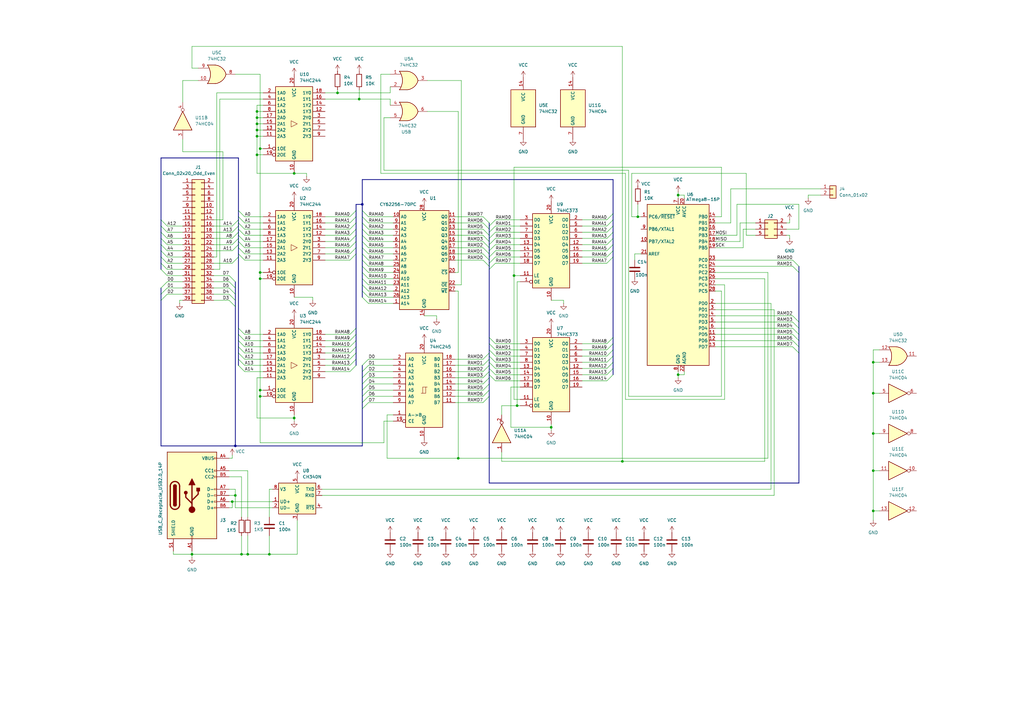
<source format=kicad_sch>
(kicad_sch (version 20231120) (generator "eeschema") (generator_version "8.0")
  (paper "A3")
  (junction (at 358.14 177.8))
  (junction (at 105.41 53.34))
  (junction (at 138.43 38.1))
  (junction (at 278.13 80.01))
  (junction (at 358.14 161.29))
  (junction (at 120.65 171.45))
  (junction (at 106.68 160.02))
  (junction (at 147.32 40.64))
  (junction (at 110.49 227.33))
  (junction (at 106.68 111.76))
  (junction (at 210.82 113.03))
  (junction (at 105.41 48.26))
  (junction (at 358.14 193.04))
  (junction (at 261.62 88.9))
  (junction (at 105.41 45.72))
  (junction (at 78.74 227.33))
  (junction (at 120.65 71.12))
  (junction (at 226.06 175.26))
  (junction (at 105.41 63.5))
  (junction (at 95.25 205.74))
  (junction (at 187.96 187.96))
  (junction (at 105.41 55.88))
  (junction (at 148.59 83.82))
  (junction (at 105.41 50.8))
  (junction (at 255.27 189.23))
  (junction (at 278.13 153.67))
  (junction (at 358.14 148.59))
  (junction (at 106.68 60.96))
  (junction (at 96.52 203.2))
  (junction (at 96.52 182.88))
  (junction (at 101.6 227.33))
  (junction (at 106.68 114.3))
  (junction (at 106.68 162.56))
  (junction (at 99.06 227.33))
  (junction (at 358.14 209.55))
  (junction (at 212.09 166.37))
  (bus_entry (at 146.05 93.98) (size -2.54 2.54))
  (bus_entry (at 200.66 162.56) (size -2.54 2.54))
  (bus_entry (at 148.59 109.22) (size 2.54 2.54))
  (bus_entry (at 148.59 157.48) (size 2.54 -2.54))
  (bus_entry (at 200.66 105.41) (size 2.54 -2.54))
  (bus_entry (at 148.59 152.4) (size 2.54 -2.54))
  (bus_entry (at 146.05 142.24) (size -2.54 2.54))
  (bus_entry (at 148.59 91.44) (size 2.54 2.54))
  (bus_entry (at 148.59 121.92) (size 2.54 2.54))
  (bus_entry (at 200.66 109.22) (size -2.54 -2.54))
  (bus_entry (at 146.05 144.78) (size -2.54 2.54))
  (bus_entry (at 251.46 153.67) (size -2.54 2.54))
  (bus_entry (at 97.79 105.41) (size -2.54 2.54))
  (bus_entry (at 96.52 115.57) (size -2.54 -2.54))
  (bus_entry (at 97.79 96.52) (size 2.54 2.54))
  (bus_entry (at 97.79 134.62) (size 2.54 2.54))
  (bus_entry (at 97.79 101.6) (size 2.54 2.54))
  (bus_entry (at 66.04 107.95) (size 2.54 2.54))
  (bus_entry (at 327.66 144.78) (size -2.54 -2.54))
  (bus_entry (at 66.04 120.65) (size 2.54 -2.54))
  (bus_entry (at 97.79 142.24) (size 2.54 2.54))
  (bus_entry (at 66.04 123.19) (size 2.54 -2.54))
  (bus_entry (at 148.59 162.56) (size 2.54 -2.54))
  (bus_entry (at 251.46 105.41) (size -2.54 2.54))
  (bus_entry (at 251.46 100.33) (size -2.54 2.54))
  (bus_entry (at 200.66 146.05) (size 2.54 2.54))
  (bus_entry (at 148.59 99.06) (size 2.54 2.54))
  (bus_entry (at 148.59 104.14) (size 2.54 2.54))
  (bus_entry (at 200.66 100.33) (size 2.54 -2.54))
  (bus_entry (at 251.46 92.71) (size -2.54 2.54))
  (bus_entry (at 146.05 96.52) (size -2.54 2.54))
  (bus_entry (at 200.66 97.79) (size 2.54 -2.54))
  (bus_entry (at 66.04 90.17) (size 2.54 2.54))
  (bus_entry (at 251.46 151.13) (size -2.54 2.54))
  (bus_entry (at 200.66 160.02) (size -2.54 2.54))
  (bus_entry (at 327.66 132.08) (size -2.54 -2.54))
  (bus_entry (at 96.52 125.73) (size -2.54 -2.54))
  (bus_entry (at 96.52 118.11) (size -2.54 -2.54))
  (bus_entry (at 200.66 154.94) (size -2.54 2.54))
  (bus_entry (at 200.66 138.43) (size 2.54 2.54))
  (bus_entry (at 200.66 151.13) (size 2.54 2.54))
  (bus_entry (at 200.66 144.78) (size -2.54 2.54))
  (bus_entry (at 200.66 157.48) (size -2.54 2.54))
  (bus_entry (at 66.04 110.49) (size 2.54 2.54))
  (bus_entry (at 200.66 110.49) (size 2.54 -2.54))
  (bus_entry (at 200.66 96.52) (size -2.54 -2.54))
  (bus_entry (at 97.79 91.44) (size 2.54 2.54))
  (bus_entry (at 97.79 95.25) (size -2.54 2.54))
  (bus_entry (at 146.05 88.9) (size -2.54 2.54))
  (bus_entry (at 200.66 102.87) (size 2.54 -2.54))
  (bus_entry (at 97.79 147.32) (size 2.54 2.54))
  (bus_entry (at 148.59 114.3) (size 2.54 2.54))
  (bus_entry (at 146.05 139.7) (size -2.54 2.54))
  (bus_entry (at 327.66 109.22) (size -2.54 -2.54))
  (bus_entry (at 148.59 167.64) (size 2.54 -2.54))
  (bus_entry (at 251.46 87.63) (size -2.54 2.54))
  (bus_entry (at 148.59 154.94) (size 2.54 -2.54))
  (bus_entry (at 251.46 95.25) (size -2.54 2.54))
  (bus_entry (at 200.66 148.59) (size 2.54 2.54))
  (bus_entry (at 148.59 111.76) (size 2.54 2.54))
  (bus_entry (at 200.66 104.14) (size -2.54 -2.54))
  (bus_entry (at 327.66 111.76) (size -2.54 -2.54))
  (bus_entry (at 96.52 123.19) (size -2.54 -2.54))
  (bus_entry (at 251.46 140.97) (size -2.54 2.54))
  (bus_entry (at 251.46 143.51) (size -2.54 2.54))
  (bus_entry (at 327.66 134.62) (size -2.54 -2.54))
  (bus_entry (at 148.59 160.02) (size 2.54 -2.54))
  (bus_entry (at 96.52 120.65) (size -2.54 -2.54))
  (bus_entry (at 200.66 153.67) (size 2.54 2.54))
  (bus_entry (at 97.79 100.33) (size -2.54 2.54))
  (bus_entry (at 97.79 92.71) (size -2.54 2.54))
  (bus_entry (at 148.59 86.36) (size 2.54 2.54))
  (bus_entry (at 97.79 97.79) (size -2.54 2.54))
  (bus_entry (at 146.05 91.44) (size -2.54 2.54))
  (bus_entry (at 148.59 149.86) (size 2.54 -2.54))
  (bus_entry (at 97.79 104.14) (size 2.54 2.54))
  (bus_entry (at 66.04 97.79) (size 2.54 2.54))
  (bus_entry (at 251.46 148.59) (size -2.54 2.54))
  (bus_entry (at 200.66 107.95) (size 2.54 -2.54))
  (bus_entry (at 97.79 144.78) (size 2.54 2.54))
  (bus_entry (at 146.05 149.86) (size -2.54 2.54))
  (bus_entry (at 146.05 134.62) (size -2.54 2.54))
  (bus_entry (at 97.79 139.7) (size 2.54 2.54))
  (bus_entry (at 146.05 137.16) (size -2.54 2.54))
  (bus_entry (at 148.59 116.84) (size 2.54 2.54))
  (bus_entry (at 148.59 93.98) (size 2.54 2.54))
  (bus_entry (at 97.79 137.16) (size 2.54 2.54))
  (bus_entry (at 66.04 100.33) (size 2.54 2.54))
  (bus_entry (at 251.46 138.43) (size -2.54 2.54))
  (bus_entry (at 66.04 118.11) (size 2.54 -2.54))
  (bus_entry (at 97.79 93.98) (size 2.54 2.54))
  (bus_entry (at 146.05 104.14) (size -2.54 2.54))
  (bus_entry (at 251.46 97.79) (size -2.54 2.54))
  (bus_entry (at 97.79 149.86) (size 2.54 2.54))
  (bus_entry (at 148.59 106.68) (size 2.54 2.54))
  (bus_entry (at 146.05 147.32) (size -2.54 2.54))
  (bus_entry (at 251.46 90.17) (size -2.54 2.54))
  (bus_entry (at 251.46 102.87) (size -2.54 2.54))
  (bus_entry (at 97.79 99.06) (size 2.54 2.54))
  (bus_entry (at 251.46 146.05) (size -2.54 2.54))
  (bus_entry (at 200.66 101.6) (size -2.54 -2.54))
  (bus_entry (at 200.66 93.98) (size -2.54 -2.54))
  (bus_entry (at 146.05 86.36) (size -2.54 2.54))
  (bus_entry (at 148.59 88.9) (size 2.54 2.54))
  (bus_entry (at 148.59 119.38) (size 2.54 2.54))
  (bus_entry (at 200.66 91.44) (size -2.54 -2.54))
  (bus_entry (at 66.04 92.71) (size 2.54 2.54))
  (bus_entry (at 327.66 137.16) (size -2.54 -2.54))
  (bus_entry (at 97.79 90.17) (size -2.54 2.54))
  (bus_entry (at 200.66 147.32) (size -2.54 2.54))
  (bus_entry (at 66.04 105.41) (size 2.54 2.54))
  (bus_entry (at 146.05 101.6) (size -2.54 2.54))
  (bus_entry (at 200.66 99.06) (size -2.54 -2.54))
  (bus_entry (at 200.66 143.51) (size 2.54 2.54))
  (bus_entry (at 148.59 101.6) (size 2.54 2.54))
  (bus_entry (at 146.05 99.06) (size -2.54 2.54))
  (bus_entry (at 200.66 152.4) (size -2.54 2.54))
  (bus_entry (at 200.66 92.71) (size 2.54 -2.54))
  (bus_entry (at 200.66 140.97) (size 2.54 2.54))
  (bus_entry (at 66.04 95.25) (size 2.54 2.54))
  (bus_entry (at 148.59 96.52) (size 2.54 2.54))
  (bus_entry (at 97.79 86.36) (size 2.54 2.54))
  (bus_entry (at 327.66 142.24) (size -2.54 -2.54))
  (bus_entry (at 200.66 95.25) (size 2.54 -2.54))
  (bus_entry (at 327.66 139.7) (size -2.54 -2.54))
  (bus_entry (at 200.66 106.68) (size -2.54 -2.54))
  (bus_entry (at 200.66 149.86) (size -2.54 2.54))
  (bus_entry (at 66.04 102.87) (size 2.54 2.54))
  (bus_entry (at 97.79 88.9) (size 2.54 2.54))
  (bus_entry (at 148.59 165.1) (size 2.54 -2.54))
  (wire (pts (xy 78.74 27.94) (xy 81.28 27.94)))
  (wire (pts (xy 73.66 123.19) (xy 73.66 124.46)))
  (wire (pts (xy 101.6 227.33) (xy 101.6 219.71)))
  (wire (pts (xy 147.32 36.83) (xy 147.32 40.64)))
  (wire (pts (xy 96.52 30.48) (xy 106.68 30.48)))
  (wire (pts (xy 212.09 115.57) (xy 212.09 166.37)))
  (bus (pts (xy 96.52 182.88) (xy 66.04 182.88)))
  (wire (pts (xy 128.27 121.92) (xy 120.65 121.92)))
  (wire (pts (xy 151.13 99.06) (xy 161.29 99.06)))
  (wire (pts (xy 105.41 45.72) (xy 107.95 45.72)))
  (bus (pts (xy 66.04 123.19) (xy 66.04 182.88)))
  (wire (pts (xy 120.65 170.18) (xy 120.65 171.45)))
  (wire (pts (xy 151.13 154.94) (xy 161.29 154.94)))
  (wire (pts (xy 138.43 36.83) (xy 138.43 38.1)))
  (wire (pts (xy 358.14 209.55) (xy 358.14 213.36)))
  (wire (pts (xy 322.58 91.44) (xy 323.85 91.44)))
  (wire (pts (xy 295.91 162.56) (xy 257.81 162.56)))
  (wire (pts (xy 303.53 99.06) (xy 303.53 91.44)))
  (wire (pts (xy 203.2 102.87) (xy 213.36 102.87)))
  (bus (pts (xy 200.66 95.25) (xy 200.66 96.52)))
  (wire (pts (xy 105.41 43.18) (xy 105.41 45.72)))
  (wire (pts (xy 88.9 105.41) (xy 88.9 38.1)))
  (wire (pts (xy 151.13 109.22) (xy 161.29 109.22)))
  (bus (pts (xy 66.04 105.41) (xy 66.04 107.95)))
  (wire (pts (xy 133.35 40.64) (xy 147.32 40.64)))
  (bus (pts (xy 96.52 120.65) (xy 96.52 123.19)))
  (wire (pts (xy 91.44 62.23) (xy 91.44 90.17)))
  (bus (pts (xy 200.66 149.86) (xy 200.66 151.13)))
  (bus (pts (xy 200.66 162.56) (xy 200.66 160.02)))
  (bus (pts (xy 66.04 64.77) (xy 66.04 90.17)))
  (wire (pts (xy 248.92 148.59) (xy 238.76 148.59)))
  (wire (pts (xy 210.82 113.03) (xy 210.82 163.83)))
  (wire (pts (xy 107.95 114.3) (xy 106.68 114.3)))
  (wire (pts (xy 133.35 88.9) (xy 143.51 88.9)))
  (bus (pts (xy 200.66 152.4) (xy 200.66 151.13)))
  (wire (pts (xy 179.07 130.81) (xy 179.07 129.54)))
  (wire (pts (xy 151.13 162.56) (xy 161.29 162.56)))
  (wire (pts (xy 302.26 83.82) (xy 327.66 83.82)))
  (wire (pts (xy 106.68 162.56) (xy 107.95 162.56)))
  (wire (pts (xy 111.76 208.28) (xy 96.52 208.28)))
  (wire (pts (xy 262.89 104.14) (xy 260.35 104.14)))
  (wire (pts (xy 151.13 104.14) (xy 161.29 104.14)))
  (wire (pts (xy 248.92 151.13) (xy 238.76 151.13)))
  (wire (pts (xy 186.69 154.94) (xy 198.12 154.94)))
  (wire (pts (xy 186.69 91.44) (xy 198.12 91.44)))
  (wire (pts (xy 187.96 111.76) (xy 186.69 111.76)))
  (wire (pts (xy 293.37 106.68) (xy 325.12 106.68)))
  (wire (pts (xy 299.72 91.44) (xy 299.72 77.47)))
  (wire (pts (xy 358.14 177.8) (xy 360.68 177.8)))
  (wire (pts (xy 161.29 172.72) (xy 157.48 172.72)))
  (wire (pts (xy 186.69 152.4) (xy 198.12 152.4)))
  (wire (pts (xy 95.25 208.28) (xy 95.25 205.74)))
  (bus (pts (xy 200.66 91.44) (xy 200.66 92.71)))
  (wire (pts (xy 151.13 121.92) (xy 161.29 121.92)))
  (wire (pts (xy 68.58 113.03) (xy 74.93 113.03)))
  (wire (pts (xy 143.51 142.24) (xy 133.35 142.24)))
  (wire (pts (xy 100.33 93.98) (xy 107.95 93.98)))
  (wire (pts (xy 238.76 92.71) (xy 248.92 92.71)))
  (bus (pts (xy 97.79 64.77) (xy 66.04 64.77)))
  (bus (pts (xy 200.66 160.02) (xy 200.66 157.48)))
  (wire (pts (xy 105.41 50.8) (xy 105.41 53.34)))
  (wire (pts (xy 93.98 208.28) (xy 95.25 208.28)))
  (bus (pts (xy 148.59 165.1) (xy 148.59 167.64)))
  (bus (pts (xy 200.66 143.51) (xy 200.66 144.78)))
  (bus (pts (xy 327.66 109.22) (xy 327.66 111.76)))
  (bus (pts (xy 148.59 93.98) (xy 148.59 91.44)))
  (bus (pts (xy 97.79 137.16) (xy 97.79 139.7)))
  (bus (pts (xy 97.79 64.77) (xy 97.79 86.36)))
  (wire (pts (xy 133.35 38.1) (xy 138.43 38.1)))
  (wire (pts (xy 151.13 91.44) (xy 161.29 91.44)))
  (bus (pts (xy 66.04 107.95) (xy 66.04 110.49)))
  (wire (pts (xy 88.9 38.1) (xy 107.95 38.1)))
  (wire (pts (xy 209.55 175.26) (xy 209.55 158.75)))
  (bus (pts (xy 200.66 99.06) (xy 200.66 100.33)))
  (bus (pts (xy 97.79 93.98) (xy 97.79 95.25)))
  (wire (pts (xy 68.58 92.71) (xy 74.93 92.71)))
  (wire (pts (xy 358.14 193.04) (xy 358.14 209.55)))
  (wire (pts (xy 87.63 107.95) (xy 95.25 107.95)))
  (bus (pts (xy 148.59 109.22) (xy 148.59 106.68)))
  (wire (pts (xy 81.28 33.02) (xy 74.93 33.02)))
  (wire (pts (xy 100.33 91.44) (xy 107.95 91.44)))
  (bus (pts (xy 97.79 99.06) (xy 97.79 100.33)))
  (wire (pts (xy 105.41 43.18) (xy 107.95 43.18)))
  (wire (pts (xy 295.91 119.38) (xy 295.91 162.56)))
  (wire (pts (xy 160.02 48.26) (xy 157.48 48.26)))
  (wire (pts (xy 257.81 69.85) (xy 157.48 69.85)))
  (wire (pts (xy 133.35 96.52) (xy 143.51 96.52)))
  (wire (pts (xy 151.13 101.6) (xy 161.29 101.6)))
  (bus (pts (xy 251.46 105.41) (xy 251.46 138.43)))
  (wire (pts (xy 100.33 137.16) (xy 107.95 137.16)))
  (bus (pts (xy 327.66 142.24) (xy 327.66 144.78)))
  (wire (pts (xy 293.37 139.7) (xy 325.12 139.7)))
  (wire (pts (xy 186.69 157.48) (xy 198.12 157.48)))
  (wire (pts (xy 105.41 55.88) (xy 107.95 55.88)))
  (wire (pts (xy 313.69 114.3) (xy 293.37 114.3)))
  (bus (pts (xy 251.46 90.17) (xy 251.46 92.71)))
  (wire (pts (xy 295.91 88.9) (xy 293.37 88.9)))
  (wire (pts (xy 90.17 40.64) (xy 107.95 40.64)))
  (bus (pts (xy 200.66 148.59) (xy 200.66 149.86)))
  (wire (pts (xy 68.58 115.57) (xy 74.93 115.57)))
  (wire (pts (xy 133.35 104.14) (xy 143.51 104.14)))
  (wire (pts (xy 87.63 120.65) (xy 93.98 120.65)))
  (wire (pts (xy 304.8 93.98) (xy 309.88 93.98)))
  (wire (pts (xy 203.2 105.41) (xy 213.36 105.41)))
  (bus (pts (xy 96.52 115.57) (xy 96.52 118.11)))
  (wire (pts (xy 205.74 166.37) (xy 212.09 166.37)))
  (bus (pts (xy 251.46 100.33) (xy 251.46 102.87)))
  (wire (pts (xy 106.68 181.61) (xy 106.68 162.56)))
  (bus (pts (xy 97.79 86.36) (xy 97.79 88.9)))
  (wire (pts (xy 293.37 137.16) (xy 325.12 137.16)))
  (wire (pts (xy 203.2 148.59) (xy 213.36 148.59)))
  (wire (pts (xy 143.51 152.4) (xy 133.35 152.4)))
  (bus (pts (xy 251.46 95.25) (xy 251.46 97.79)))
  (wire (pts (xy 210.82 113.03) (xy 210.82 68.58)))
  (bus (pts (xy 251.46 151.13) (xy 251.46 153.67)))
  (wire (pts (xy 293.37 91.44) (xy 299.72 91.44)))
  (bus (pts (xy 251.46 102.87) (xy 251.46 105.41)))
  (wire (pts (xy 87.63 118.11) (xy 93.98 118.11)))
  (wire (pts (xy 226.06 123.19) (xy 231.14 123.19)))
  (wire (pts (xy 186.69 104.14) (xy 198.12 104.14)))
  (wire (pts (xy 100.33 88.9) (xy 107.95 88.9)))
  (wire (pts (xy 248.92 140.97) (xy 238.76 140.97)))
  (bus (pts (xy 97.79 139.7) (xy 97.79 142.24)))
  (wire (pts (xy 143.51 106.68) (xy 133.35 106.68)))
  (wire (pts (xy 203.2 97.79) (xy 213.36 97.79)))
  (bus (pts (xy 327.66 111.76) (xy 327.66 132.08)))
  (wire (pts (xy 105.41 45.72) (xy 105.41 48.26)))
  (bus (pts (xy 148.59 149.86) (xy 148.59 152.4)))
  (bus (pts (xy 146.05 144.78) (xy 146.05 142.24)))
  (wire (pts (xy 205.74 189.23) (xy 255.27 189.23)))
  (wire (pts (xy 68.58 105.41) (xy 74.93 105.41)))
  (wire (pts (xy 226.06 176.53) (xy 226.06 175.26)))
  (bus (pts (xy 96.52 123.19) (xy 96.52 125.73)))
  (wire (pts (xy 106.68 111.76) (xy 107.95 111.76)))
  (bus (pts (xy 148.59 162.56) (xy 148.59 165.1)))
  (wire (pts (xy 304.8 101.6) (xy 304.8 93.98)))
  (wire (pts (xy 209.55 158.75) (xy 213.36 158.75)))
  (bus (pts (xy 96.52 118.11) (xy 96.52 120.65)))
  (wire (pts (xy 278.13 80.01) (xy 278.13 81.28)))
  (wire (pts (xy 151.13 116.84) (xy 161.29 116.84)))
  (wire (pts (xy 331.47 80.01) (xy 331.47 81.28)))
  (wire (pts (xy 280.67 153.67) (xy 278.13 153.67)))
  (wire (pts (xy 203.2 151.13) (xy 213.36 151.13)))
  (bus (pts (xy 148.59 152.4) (xy 148.59 154.94)))
  (wire (pts (xy 259.08 88.9) (xy 259.08 71.12)))
  (wire (pts (xy 151.13 111.76) (xy 161.29 111.76)))
  (wire (pts (xy 68.58 97.79) (xy 74.93 97.79)))
  (bus (pts (xy 146.05 147.32) (xy 146.05 149.86)))
  (wire (pts (xy 203.2 140.97) (xy 213.36 140.97)))
  (wire (pts (xy 257.81 162.56) (xy 257.81 69.85)))
  (bus (pts (xy 327.66 139.7) (xy 327.66 142.24)))
  (bus (pts (xy 200.66 152.4) (xy 200.66 153.67)))
  (wire (pts (xy 78.74 227.33) (xy 99.06 227.33)))
  (wire (pts (xy 203.2 90.17) (xy 213.36 90.17)))
  (wire (pts (xy 96.52 208.28) (xy 96.52 203.2)))
  (wire (pts (xy 68.58 120.65) (xy 74.93 120.65)))
  (wire (pts (xy 100.33 96.52) (xy 107.95 96.52)))
  (bus (pts (xy 251.46 97.79) (xy 251.46 100.33)))
  (wire (pts (xy 293.37 134.62) (xy 325.12 134.62)))
  (bus (pts (xy 97.79 92.71) (xy 97.79 93.98)))
  (wire (pts (xy 261.62 83.82) (xy 261.62 88.9)))
  (bus (pts (xy 97.79 97.79) (xy 97.79 99.06)))
  (wire (pts (xy 78.74 227.33) (xy 71.12 227.33)))
  (wire (pts (xy 106.68 60.96) (xy 106.68 111.76)))
  (wire (pts (xy 74.93 33.02) (xy 74.93 41.91)))
  (wire (pts (xy 138.43 38.1) (xy 160.02 38.1)))
  (wire (pts (xy 100.33 149.86) (xy 107.95 149.86)))
  (bus (pts (xy 251.46 143.51) (xy 251.46 140.97)))
  (wire (pts (xy 203.2 95.25) (xy 213.36 95.25)))
  (bus (pts (xy 146.05 142.24) (xy 146.05 139.7)))
  (wire (pts (xy 358.14 148.59) (xy 358.14 161.29)))
  (wire (pts (xy 90.17 110.49) (xy 90.17 40.64)))
  (wire (pts (xy 151.13 160.02) (xy 161.29 160.02)))
  (bus (pts (xy 148.59 116.84) (xy 148.59 114.3)))
  (bus (pts (xy 148.59 182.88) (xy 96.52 182.88)))
  (wire (pts (xy 314.96 187.96) (xy 314.96 111.76)))
  (bus (pts (xy 148.59 86.36) (xy 148.59 83.82)))
  (wire (pts (xy 186.69 119.38) (xy 187.96 119.38)))
  (wire (pts (xy 280.67 152.4) (xy 280.67 153.67)))
  (wire (pts (xy 186.69 93.98) (xy 198.12 93.98)))
  (wire (pts (xy 99.06 227.33) (xy 101.6 227.33)))
  (wire (pts (xy 147.32 40.64) (xy 160.02 40.64)))
  (wire (pts (xy 189.23 116.84) (xy 186.69 116.84)))
  (wire (pts (xy 105.41 71.12) (xy 105.41 63.5)))
  (bus (pts (xy 146.05 96.52) (xy 146.05 99.06)))
  (wire (pts (xy 101.6 193.04) (xy 101.6 212.09)))
  (wire (pts (xy 157.48 69.85) (xy 157.48 48.26)))
  (bus (pts (xy 148.59 154.94) (xy 148.59 157.48)))
  (wire (pts (xy 68.58 100.33) (xy 74.93 100.33)))
  (wire (pts (xy 110.49 227.33) (xy 121.92 227.33)))
  (wire (pts (xy 100.33 101.6) (xy 107.95 101.6)))
  (wire (pts (xy 105.41 50.8) (xy 107.95 50.8)))
  (wire (pts (xy 313.69 189.23) (xy 313.69 114.3)))
  (bus (pts (xy 148.59 167.64) (xy 148.59 182.88)))
  (wire (pts (xy 302.26 96.52) (xy 302.26 83.82)))
  (bus (pts (xy 97.79 95.25) (xy 97.79 96.52)))
  (wire (pts (xy 212.09 166.37) (xy 213.36 166.37)))
  (wire (pts (xy 143.51 139.7) (xy 133.35 139.7)))
  (bus (pts (xy 146.05 139.7) (xy 146.05 137.16)))
  (wire (pts (xy 71.12 226.06) (xy 71.12 227.33)))
  (bus (pts (xy 251.46 140.97) (xy 251.46 138.43)))
  (bus (pts (xy 97.79 96.52) (xy 97.79 97.79)))
  (wire (pts (xy 74.93 123.19) (xy 73.66 123.19)))
  (wire (pts (xy 293.37 116.84) (xy 297.18 116.84)))
  (wire (pts (xy 156.21 71.12) (xy 156.21 30.48)))
  (wire (pts (xy 120.65 171.45) (xy 120.65 172.72)))
  (bus (pts (xy 148.59 91.44) (xy 148.59 88.9)))
  (wire (pts (xy 256.54 71.12) (xy 156.21 71.12)))
  (wire (pts (xy 151.13 88.9) (xy 161.29 88.9)))
  (wire (pts (xy 248.92 107.95) (xy 238.76 107.95)))
  (wire (pts (xy 323.85 91.44) (xy 323.85 90.17)))
  (bus (pts (xy 146.05 88.9) (xy 146.05 91.44)))
  (wire (pts (xy 78.74 226.06) (xy 78.74 227.33)))
  (wire (pts (xy 125.73 71.12) (xy 120.65 71.12)))
  (bus (pts (xy 146.05 147.32) (xy 146.05 144.78)))
  (wire (pts (xy 189.23 33.02) (xy 189.23 116.84)))
  (wire (pts (xy 133.35 91.44) (xy 143.51 91.44)))
  (bus (pts (xy 97.79 134.62) (xy 97.79 137.16)))
  (wire (pts (xy 186.69 147.32) (xy 198.12 147.32)))
  (wire (pts (xy 100.33 147.32) (xy 107.95 147.32)))
  (wire (pts (xy 238.76 105.41) (xy 248.92 105.41)))
  (bus (pts (xy 251.46 73.66) (xy 251.46 87.63)))
  (bus (pts (xy 146.05 86.36) (xy 146.05 83.82)))
  (wire (pts (xy 105.41 154.94) (xy 107.95 154.94)))
  (bus (pts (xy 97.79 142.24) (xy 97.79 144.78)))
  (wire (pts (xy 259.08 71.12) (xy 306.07 71.12)))
  (bus (pts (xy 148.59 157.48) (xy 148.59 160.02)))
  (bus (pts (xy 251.46 92.71) (xy 251.46 95.25)))
  (wire (pts (xy 360.68 143.51) (xy 358.14 143.51)))
  (wire (pts (xy 120.65 71.12) (xy 105.41 71.12)))
  (wire (pts (xy 358.14 193.04) (xy 360.68 193.04)))
  (bus (pts (xy 146.05 91.44) (xy 146.05 93.98)))
  (wire (pts (xy 105.41 48.26) (xy 107.95 48.26)))
  (wire (pts (xy 105.41 55.88) (xy 105.41 63.5)))
  (wire (pts (xy 93.98 203.2) (xy 96.52 203.2)))
  (wire (pts (xy 143.51 144.78) (xy 133.35 144.78)))
  (wire (pts (xy 68.58 107.95) (xy 74.93 107.95)))
  (wire (pts (xy 160.02 38.1) (xy 160.02 35.56)))
  (wire (pts (xy 210.82 163.83) (xy 213.36 163.83)))
  (wire (pts (xy 100.33 99.06) (xy 107.95 99.06)))
  (wire (pts (xy 68.58 118.11) (xy 74.93 118.11)))
  (wire (pts (xy 358.14 148.59) (xy 360.68 148.59)))
  (wire (pts (xy 293.37 101.6) (xy 304.8 101.6)))
  (wire (pts (xy 261.62 88.9) (xy 259.08 88.9)))
  (wire (pts (xy 95.25 187.96) (xy 93.98 187.96)))
  (bus (pts (xy 148.59 106.68) (xy 148.59 104.14)))
  (wire (pts (xy 293.37 132.08) (xy 325.12 132.08)))
  (wire (pts (xy 74.93 62.23) (xy 91.44 62.23)))
  (wire (pts (xy 203.2 143.51) (xy 213.36 143.51)))
  (wire (pts (xy 303.53 91.44) (xy 309.88 91.44)))
  (bus (pts (xy 97.79 91.44) (xy 97.79 92.71)))
  (wire (pts (xy 186.69 106.68) (xy 198.12 106.68)))
  (wire (pts (xy 110.49 219.71) (xy 110.49 227.33)))
  (wire (pts (xy 226.06 175.26) (xy 209.55 175.26)))
  (wire (pts (xy 256.54 163.83) (xy 256.54 71.12)))
  (wire (pts (xy 297.18 163.83) (xy 256.54 163.83)))
  (wire (pts (xy 151.13 114.3) (xy 161.29 114.3)))
  (wire (pts (xy 299.72 77.47) (xy 336.55 77.47)))
  (wire (pts (xy 317.5 127) (xy 317.5 203.2)))
  (bus (pts (xy 66.04 92.71) (xy 66.04 95.25)))
  (bus (pts (xy 200.66 106.68) (xy 200.66 107.95)))
  (wire (pts (xy 160.02 40.64) (xy 160.02 43.18)))
  (wire (pts (xy 110.49 200.66) (xy 111.76 200.66)))
  (wire (pts (xy 280.67 80.01) (xy 280.67 81.28)))
  (bus (pts (xy 200.66 110.49) (xy 200.66 138.43)))
  (wire (pts (xy 316.23 200.66) (xy 132.08 200.66)))
  (bus (pts (xy 146.05 86.36) (xy 146.05 88.9)))
  (wire (pts (xy 96.52 203.2) (xy 96.52 200.66)))
  (wire (pts (xy 186.69 96.52) (xy 198.12 96.52)))
  (wire (pts (xy 260.35 104.14) (xy 260.35 106.68)))
  (wire (pts (xy 186.69 99.06) (xy 198.12 99.06)))
  (wire (pts (xy 238.76 90.17) (xy 248.92 90.17)))
  (bus (pts (xy 148.59 104.14) (xy 148.59 101.6)))
  (bus (pts (xy 200.66 107.95) (xy 200.66 109.22)))
  (wire (pts (xy 100.33 139.7) (xy 107.95 139.7)))
  (bus (pts (xy 200.66 154.94) (xy 200.66 157.48)))
  (wire (pts (xy 205.74 185.42) (xy 205.74 189.23)))
  (wire (pts (xy 238.76 102.87) (xy 248.92 102.87)))
  (wire (pts (xy 100.33 152.4) (xy 107.95 152.4)))
  (wire (pts (xy 278.13 80.01) (xy 280.67 80.01)))
  (wire (pts (xy 121.92 227.33) (xy 121.92 213.36)))
  (wire (pts (xy 293.37 124.46) (xy 316.23 124.46)))
  (wire (pts (xy 107.95 60.96) (xy 106.68 60.96)))
  (wire (pts (xy 99.06 227.33) (xy 99.06 219.71)))
  (wire (pts (xy 358.14 177.8) (xy 358.14 193.04)))
  (wire (pts (xy 238.76 100.33) (xy 248.92 100.33)))
  (wire (pts (xy 105.41 48.26) (xy 105.41 50.8)))
  (wire (pts (xy 358.14 143.51) (xy 358.14 148.59)))
  (wire (pts (xy 95.25 205.74) (xy 111.76 205.74)))
  (wire (pts (xy 175.26 45.72) (xy 187.96 45.72)))
  (wire (pts (xy 186.69 101.6) (xy 198.12 101.6)))
  (wire (pts (xy 306.07 71.12) (xy 306.07 96.52)))
  (wire (pts (xy 323.85 97.79) (xy 323.85 96.52)))
  (wire (pts (xy 106.68 114.3) (xy 106.68 111.76)))
  (wire (pts (xy 297.18 116.84) (xy 297.18 163.83)))
  (bus (pts (xy 66.04 95.25) (xy 66.04 97.79)))
  (wire (pts (xy 248.92 156.21) (xy 238.76 156.21)))
  (bus (pts (xy 251.46 87.63) (xy 251.46 90.17)))
  (bus (pts (xy 66.04 100.33) (xy 66.04 102.87)))
  (wire (pts (xy 87.63 102.87) (xy 95.25 102.87)))
  (bus (pts (xy 97.79 147.32) (xy 97.79 149.86)))
  (wire (pts (xy 255.27 189.23) (xy 313.69 189.23)))
  (bus (pts (xy 97.79 105.41) (xy 97.79 134.62)))
  (bus (pts (xy 97.79 104.14) (xy 97.79 105.41)))
  (bus (pts (xy 66.04 97.79) (xy 66.04 100.33)))
  (bus (pts (xy 97.79 100.33) (xy 97.79 101.6)))
  (bus (pts (xy 148.59 83.82) (xy 148.59 73.66)))
  (wire (pts (xy 151.13 165.1) (xy 161.29 165.1)))
  (wire (pts (xy 323.85 96.52) (xy 322.58 96.52)))
  (wire (pts (xy 105.41 171.45) (xy 105.41 154.94)))
  (wire (pts (xy 210.82 68.58) (xy 295.91 68.58)))
  (wire (pts (xy 327.66 83.82) (xy 327.66 93.98)))
  (bus (pts (xy 327.66 144.78) (xy 327.66 198.12)))
  (wire (pts (xy 151.13 119.38) (xy 161.29 119.38)))
  (wire (pts (xy 306.07 96.52) (xy 309.88 96.52)))
  (wire (pts (xy 106.68 30.48) (xy 106.68 60.96)))
  (wire (pts (xy 186.69 88.9) (xy 198.12 88.9)))
  (wire (pts (xy 278.13 78.74) (xy 278.13 80.01)))
  (wire (pts (xy 186.69 149.86) (xy 198.12 149.86)))
  (bus (pts (xy 200.66 105.41) (xy 200.66 106.68)))
  (bus (pts (xy 200.66 100.33) (xy 200.66 101.6)))
  (wire (pts (xy 213.36 115.57) (xy 212.09 115.57)))
  (wire (pts (xy 151.13 124.46) (xy 161.29 124.46)))
  (bus (pts (xy 148.59 160.02) (xy 148.59 162.56)))
  (wire (pts (xy 106.68 160.02) (xy 106.68 162.56)))
  (wire (pts (xy 175.26 33.02) (xy 189.23 33.02)))
  (bus (pts (xy 251.46 148.59) (xy 251.46 146.05)))
  (wire (pts (xy 186.69 165.1) (xy 198.12 165.1)))
  (bus (pts (xy 97.79 144.78) (xy 97.79 147.32)))
  (wire (pts (xy 93.98 193.04) (xy 101.6 193.04)))
  (wire (pts (xy 158.75 187.96) (xy 187.96 187.96)))
  (wire (pts (xy 120.65 171.45) (xy 105.41 171.45)))
  (wire (pts (xy 100.33 144.78) (xy 107.95 144.78)))
  (bus (pts (xy 200.66 97.79) (xy 200.66 99.06)))
  (wire (pts (xy 91.44 90.17) (xy 87.63 90.17)))
  (bus (pts (xy 148.59 99.06) (xy 148.59 96.52)))
  (bus (pts (xy 146.05 104.14) (xy 146.05 134.62)))
  (bus (pts (xy 66.04 90.17) (xy 66.04 92.71)))
  (wire (pts (xy 158.75 170.18) (xy 158.75 187.96)))
  (wire (pts (xy 293.37 142.24) (xy 325.12 142.24)))
  (wire (pts (xy 106.68 181.61) (xy 157.48 181.61)))
  (wire (pts (xy 100.33 106.68) (xy 107.95 106.68)))
  (bus (pts (xy 148.59 88.9) (xy 148.59 86.36)))
  (wire (pts (xy 151.13 157.48) (xy 161.29 157.48)))
  (wire (pts (xy 203.2 107.95) (xy 213.36 107.95)))
  (wire (pts (xy 87.63 95.25) (xy 95.25 95.25)))
  (wire (pts (xy 327.66 93.98) (xy 322.58 93.98)))
  (bus (pts (xy 200.66 153.67) (xy 200.66 154.94)))
  (bus (pts (xy 200.66 101.6) (xy 200.66 102.87)))
  (wire (pts (xy 100.33 104.14) (xy 107.95 104.14)))
  (wire (pts (xy 101.6 227.33) (xy 110.49 227.33)))
  (bus (pts (xy 66.04 120.65) (xy 66.04 123.19)))
  (wire (pts (xy 293.37 96.52) (xy 302.26 96.52)))
  (wire (pts (xy 105.41 63.5) (xy 107.95 63.5)))
  (wire (pts (xy 213.36 113.03) (xy 210.82 113.03)))
  (bus (pts (xy 146.05 137.16) (xy 146.05 134.62)))
  (wire (pts (xy 358.14 209.55) (xy 360.68 209.55)))
  (wire (pts (xy 293.37 129.54) (xy 325.12 129.54)))
  (wire (pts (xy 248.92 143.51) (xy 238.76 143.51)))
  (bus (pts (xy 200.66 96.52) (xy 200.66 97.79)))
  (wire (pts (xy 125.73 72.39) (xy 125.73 71.12)))
  (wire (pts (xy 87.63 113.03) (xy 93.98 113.03)))
  (bus (pts (xy 200.66 146.05) (xy 200.66 147.32)))
  (wire (pts (xy 203.2 153.67) (xy 213.36 153.67)))
  (wire (pts (xy 68.58 102.87) (xy 74.93 102.87)))
  (bus (pts (xy 97.79 101.6) (xy 97.79 104.14)))
  (wire (pts (xy 95.25 186.69) (xy 95.25 187.96)))
  (wire (pts (xy 151.13 93.98) (xy 161.29 93.98)))
  (bus (pts (xy 327.66 134.62) (xy 327.66 137.16)))
  (wire (pts (xy 203.2 92.71) (xy 213.36 92.71)))
  (wire (pts (xy 87.63 115.57) (xy 93.98 115.57)))
  (wire (pts (xy 87.63 100.33) (xy 95.25 100.33)))
  (wire (pts (xy 186.69 160.02) (xy 198.12 160.02)))
  (wire (pts (xy 128.27 123.19) (xy 128.27 121.92)))
  (wire (pts (xy 93.98 205.74) (xy 95.25 205.74)))
  (bus (pts (xy 327.66 137.16) (xy 327.66 139.7)))
  (bus (pts (xy 97.79 90.17) (xy 97.79 91.44)))
  (bus (pts (xy 146.05 83.82) (xy 148.59 83.82)))
  (wire (pts (xy 293.37 119.38) (xy 295.91 119.38)))
  (wire (pts (xy 336.55 80.01) (xy 331.47 80.01)))
  (bus (pts (xy 200.66 148.59) (xy 200.66 147.32)))
  (wire (pts (xy 143.51 149.86) (xy 133.35 149.86)))
  (bus (pts (xy 200.66 109.22) (xy 200.66 110.49)))
  (wire (pts (xy 151.13 147.32) (xy 161.29 147.32)))
  (wire (pts (xy 93.98 195.58) (xy 99.06 195.58)))
  (wire (pts (xy 293.37 127) (xy 317.5 127)))
  (wire (pts (xy 87.63 123.19) (xy 93.98 123.19)))
  (bus (pts (xy 66.04 118.11) (xy 66.04 120.65)))
  (wire (pts (xy 133.35 99.06) (xy 143.51 99.06)))
  (wire (pts (xy 358.14 161.29) (xy 360.68 161.29)))
  (wire (pts (xy 157.48 172.72) (xy 157.48 181.61)))
  (wire (pts (xy 156.21 30.48) (xy 160.02 30.48)))
  (wire (pts (xy 87.63 92.71) (xy 95.25 92.71)))
  (wire (pts (xy 78.74 19.05) (xy 78.74 27.94)))
  (wire (pts (xy 96.52 200.66) (xy 93.98 200.66)))
  (wire (pts (xy 231.14 123.19) (xy 231.14 124.46)))
  (bus (pts (xy 146.05 101.6) (xy 146.05 104.14)))
  (bus (pts (xy 200.66 93.98) (xy 200.66 95.25)))
  (bus (pts (xy 200.66 102.87) (xy 200.66 104.14)))
  (wire (pts (xy 133.35 101.6) (xy 143.51 101.6)))
  (wire (pts (xy 203.2 156.21) (xy 213.36 156.21)))
  (bus (pts (xy 146.05 99.06) (xy 146.05 101.6)))
  (wire (pts (xy 87.63 97.79) (xy 95.25 97.79)))
  (bus (pts (xy 200.66 143.51) (xy 200.66 140.97)))
  (wire (pts (xy 186.69 162.56) (xy 198.12 162.56)))
  (wire (pts (xy 87.63 105.41) (xy 88.9 105.41)))
  (wire (pts (xy 358.14 161.29) (xy 358.14 177.8)))
  (wire (pts (xy 316.23 124.46) (xy 316.23 200.66)))
  (bus (pts (xy 66.04 102.87) (xy 66.04 105.41)))
  (wire (pts (xy 226.06 175.26) (xy 226.06 173.99)))
  (wire (pts (xy 151.13 149.86) (xy 161.29 149.86)))
  (wire (pts (xy 100.33 142.24) (xy 107.95 142.24)))
  (wire (pts (xy 314.96 111.76) (xy 293.37 111.76)))
  (wire (pts (xy 99.06 195.58) (xy 99.06 212.09)))
  (wire (pts (xy 238.76 97.79) (xy 248.92 97.79)))
  (bus (pts (xy 200.66 92.71) (xy 200.66 93.98)))
  (bus (pts (xy 148.59 111.76) (xy 148.59 109.22)))
  (wire (pts (xy 143.51 147.32) (xy 133.35 147.32)))
  (bus (pts (xy 148.59 101.6) (xy 148.59 99.06)))
  (wire (pts (xy 105.41 53.34) (xy 105.41 55.88)))
  (wire (pts (xy 78.74 227.33) (xy 78.74 228.6)))
  (wire (pts (xy 187.96 187.96) (xy 314.96 187.96)))
  (wire (pts (xy 293.37 99.06) (xy 303.53 99.06)))
  (bus (pts (xy 200.66 198.12) (xy 327.66 198.12)))
  (bus (pts (xy 200.66 104.14) (xy 200.66 105.41)))
  (bus (pts (xy 327.66 132.08) (xy 327.66 134.62)))
  (wire (pts (xy 262.89 88.9) (xy 261.62 88.9)))
  (wire (pts (xy 293.37 109.22) (xy 325.12 109.22)))
  (bus (pts (xy 146.05 93.98) (xy 146.05 96.52)))
  (wire (pts (xy 68.58 110.49) (xy 74.93 110.49)))
  (wire (pts (xy 278.13 152.4) (xy 278.13 153.67)))
  (wire (pts (xy 295.91 68.58) (xy 295.91 88.9)))
  (wire (pts (xy 203.2 100.33) (xy 213.36 100.33)))
  (wire (pts (xy 151.13 106.68) (xy 161.29 106.68)))
  (wire (pts (xy 106.68 160.02) (xy 107.95 160.02)))
  (bus (pts (xy 200.66 140.97) (xy 200.66 138.43)))
  (wire (pts (xy 203.2 146.05) (xy 213.36 146.05)))
  (wire (pts (xy 187.96 45.72) (xy 187.96 111.76)))
  (wire (pts (xy 106.68 114.3) (xy 106.68 160.02)))
  (wire (pts (xy 161.29 170.18) (xy 158.75 170.18)))
  (wire (pts (xy 255.27 19.05) (xy 78.74 19.05)))
  (wire (pts (xy 105.41 53.34) (xy 107.95 53.34)))
  (wire (pts (xy 187.96 119.38) (xy 187.96 187.96)))
  (wire (pts (xy 248.92 153.67) (xy 238.76 153.67)))
  (wire (pts (xy 151.13 96.52) (xy 161.29 96.52)))
  (wire (pts (xy 248.92 146.05) (xy 238.76 146.05)))
  (wire (pts (xy 110.49 212.09) (xy 110.49 200.66)))
  (wire (pts (xy 205.74 170.18) (xy 205.74 166.37)))
  (wire (pts (xy 278.13 153.67) (xy 278.13 154.94)))
  (wire (pts (xy 238.76 95.25) (xy 248.92 95.25)))
  (bus (pts (xy 251.46 151.13) (xy 251.46 148.59)))
  (bus (pts (xy 148.59 73.66) (xy 251.46 73.66)))
  (bus (pts (xy 97.79 88.9) (xy 97.79 90.17)))
  (wire (pts (xy 68.58 95.25) (xy 74.93 95.25)))
  (wire (pts (xy 173.99 129.54) (xy 179.07 129.54)))
  (bus (pts (xy 148.59 96.52) (xy 148.59 93.98)))
  (wire (pts (xy 133.35 93.98) (xy 143.51 93.98)))
  (bus (pts (xy 148.59 119.38) (xy 148.59 116.84)))
  (wire (pts (xy 87.63 110.49) (xy 90.17 110.49)))
  (bus (pts (xy 251.46 146.05) (xy 251.46 143.51)))
  (bus (pts (xy 200.66 144.78) (xy 200.66 146.05)))
  (bus (pts (xy 96.52 125.73) (xy 96.52 182.88)))
  (wire (pts (xy 143.51 137.16) (xy 133.35 137.16)))
  (bus (pts (xy 148.59 119.38) (xy 148.59 121.92)))
  (wire (pts (xy 132.08 203.2) (xy 317.5 203.2)))
  (bus (pts (xy 200.66 162.56) (xy 200.66 198.12)))
  (bus (pts (xy 148.59 114.3) (xy 148.59 111.76)))
  (wire (pts (xy 255.27 189.23) (xy 255.27 19.05)))
  (wire (pts (xy 74.93 57.15) (xy 74.93 62.23)))
  (wire (pts (xy 151.13 152.4) (xy 161.29 152.4)))
  (label "D3" (at 93.98 123.19 180))
  (label "RAMA13" (at 248.92 153.67 180))
  (label "A14" (at 95.25 92.71 180))
  (label "A14" (at 100.33 152.4 0))
  (label "A1" (at 68.58 110.49 0))
  (label "RAMA0" (at 143.51 88.9 180))
  (label "D0" (at 68.58 115.57 0))
  (label "RAMD7" (at 198.12 165.1 180))
  (label "D1" (at 151.13 149.86 0))
  (label "RAMD5" (at 203.2 102.87 0))
  (label "D2" (at 68.58 120.65 0))
  (label "A13" (at 100.33 149.86 0))
  (label "RAMD6" (at 198.12 162.56 180))
  (label "A11" (at 100.33 144.78 0))
  (label "RAMA5" (at 143.51 101.6 180))
  (label "A4" (at 100.33 99.06 0))
  (label "RAMA3" (at 143.51 96.52 180))
  (label "RAMA5" (at 248.92 102.87 180))
  (label "RAMD7" (at 203.2 107.95 0))
  (label "RAMA7" (at 248.92 107.95 180))
  (label "RAMA4" (at 143.51 99.06 180))
  (label "RAMD5" (at 198.12 93.98 180))
  (label "RAMA6" (at 151.13 104.14 0))
  (label "RAMA7" (at 143.51 106.68 180))
  (label "RAMA14" (at 143.51 152.4 180))
  (label "A6" (at 100.33 104.14 0))
  (label "RAMA0" (at 248.92 90.17 180))
  (label "RAMD0" (at 203.2 140.97 0))
  (label "RAMA7" (at 151.13 106.68 0))
  (label "RAMD0" (at 198.12 147.32 180))
  (label "A11" (at 95.25 102.87 180))
  (label "RAMD4" (at 325.12 134.62 180))
  (label "A9" (at 100.33 139.7 0))
  (label "D7" (at 93.98 113.03 180))
  (label "A8" (at 95.25 97.79 180))
  (label "RAMA10" (at 143.51 142.24 180))
  (label "A5" (at 100.33 101.6 0))
  (label "D7" (at 151.13 165.1 0))
  (label "RAMA2" (at 151.13 93.98 0))
  (label "A5" (at 68.58 100.33 0))
  (label "RAMD1" (at 198.12 149.86 180))
  (label "RAMA11" (at 151.13 116.84 0))
  (label "A7" (at 68.58 95.25 0))
  (label "A1" (at 100.33 91.44 0))
  (label "RAMA14" (at 151.13 124.46 0))
  (label "RAMD4" (at 198.12 96.52 180))
  (label "A10" (at 95.25 107.95 180))
  (label "RAMD2" (at 325.12 129.54 180))
  (label "RAMD0" (at 198.12 106.68 180))
  (label "RAMD6" (at 325.12 139.7 180))
  (label "A9" (at 95.25 100.33 180))
  (label "RAMA10" (at 151.13 114.3 0))
  (label "A4" (at 68.58 102.87 0))
  (label "MOSI" (at 293.37 96.52 0))
  (label "A8" (at 100.33 137.16 0))
  (label "RAMD4" (at 203.2 151.13 0))
  (label "A2" (at 100.33 93.98 0))
  (label "RAMD2" (at 203.2 95.25 0))
  (label "A10" (at 100.33 142.24 0))
  (label "RAMA13" (at 143.51 149.86 180))
  (label "A0" (at 68.58 113.03 0))
  (label "RAMA8" (at 151.13 109.22 0))
  (label "RAMA12" (at 151.13 119.38 0))
  (label "RAMD1" (at 198.12 104.14 180))
  (label "A6" (at 68.58 97.79 0))
  (label "RAMA3" (at 248.92 97.79 180))
  (label "RAMA14" (at 248.92 156.21 180))
  (label "RAMD7" (at 198.12 88.9 180))
  (label "D6" (at 93.98 115.57 180))
  (label "D1" (at 68.58 118.11 0))
  (label "RAMD2" (at 198.12 101.6 180))
  (label "D5" (at 151.13 160.02 0))
  (label "A2" (at 68.58 107.95 0))
  (label "A3" (at 68.58 105.41 0))
  (label "RAMA0" (at 151.13 88.9 0))
  (label "RAMD6" (at 198.12 91.44 180))
  (label "RAMD3" (at 325.12 132.08 180))
  (label "RAMA6" (at 143.51 104.14 180))
  (label "RAMA9" (at 248.92 143.51 180))
  (label "RAMA8" (at 143.51 137.16 180))
  (label "RAMD5" (at 325.12 137.16 180))
  (label "RAMD2" (at 203.2 146.05 0))
  (label "RAMA1" (at 151.13 91.44 0))
  (label "RAMD6" (at 203.2 156.21 0))
  (label "RAMD5" (at 198.12 160.02 180))
  (label "RAMA10" (at 248.92 146.05 180))
  (label "D4" (at 93.98 120.65 180))
  (label "D4" (at 151.13 157.48 0))
  (label "RAMA1" (at 143.51 91.44 180))
  (label "RAMD7" (at 325.12 142.24 180))
  (label "D6" (at 151.13 162.56 0))
  (label "MISO" (at 293.37 99.06 0))
  (label "D3" (at 151.13 154.94 0))
  (label "RAMA3" (at 151.13 96.52 0))
  (label "RAMA6" (at 248.92 105.41 180))
  (label "RAMA11" (at 143.51 144.78 180))
  (label "RAMA2" (at 143.51 93.98 180))
  (label "RAMA12" (at 248.92 151.13 180))
  (label "RAMA5" (at 151.13 101.6 0))
  (label "RAMA12" (at 143.51 147.32 180))
  (label "RAMD1" (at 203.2 92.71 0))
  (label "RAMD3" (at 203.2 148.59 0))
  (label "RAMA2" (at 248.92 95.25 180))
  (label "RAMD2" (at 198.12 152.4 180))
  (label "RAMD3" (at 198.12 154.94 180))
  (label "RAMA4" (at 248.92 100.33 180))
  (label "RAMA9" (at 143.51 139.7 180))
  (label "RAMD1" (at 325.12 109.22 180))
  (label "RAMD1" (at 203.2 143.51 0))
  (label "RAMD3" (at 203.2 97.79 0))
  (label "RAMD0" (at 203.2 90.17 0))
  (label "A0" (at 100.33 88.9 0))
  (label "D0" (at 151.13 147.32 0))
  (label "A12" (at 100.33 147.32 0))
  (label "RAMD5" (at 203.2 153.67 0))
  (label "RAMA1" (at 248.92 92.71 180))
  (label "D5" (at 93.98 118.11 180))
  (label "RAMA11" (at 248.92 148.59 180))
  (label "A12" (at 68.58 92.71 0))
  (label "RAMA8" (at 248.92 140.97 180))
  (label "A3" (at 100.33 96.52 0))
  (label "D2" (at 151.13 152.4 0))
  (label "RAMD3" (at 198.12 99.06 180))
  (label "SCK" (at 293.37 101.6 0))
  (label "A7" (at 100.33 106.68 0))
  (label "RAMD4" (at 198.12 157.48 180))
  (label "A13" (at 95.25 95.25 180))
  (label "RAMA13" (at 151.13 121.92 0))
  (label "RAMA4" (at 151.13 99.06 0))
  (label "RAMA9" (at 151.13 111.76 0))
  (label "RAMD4" (at 203.2 100.33 0))
  (label "RAMD6" (at 203.2 105.41 0))
  (label "RAMD0" (at 325.12 106.68 180))
  (symbol (lib_id "power:GND") (at 231.14 124.46 0) (unit 1)
    (property "Reference" "#PWR012" (effects (hide yes)))
    (property "Value" "GND" (at 231.14 129.54 0))
    (property "Description" "Power symbol creates a global label with name \"GND\" , ground" (effects (hide yes)))
  )
  (symbol (lib_id "74xx:74LS32") (at 167.64 33.02 0) (unit 1)
    (property "Reference" "U5" (at 167.64 24.13 0))
    (property "Value" "74HC32" (at 167.64 26.67 0))
    (property "Footprint" "Package_DIP:DIP-14_W7.62mm" (effects (hide yes)))
    (property "Datasheet" "http://www.ti.com/lit/gpn/sn74LS32" (effects (hide yes)))
    (property "Description" "Quad 2-input OR" (effects (hide yes)))
  )
  (symbol (lib_id "74xx:74LS32") (at 214.63 44.45 0) (unit 5)
    (property "Reference" "U5" (at 220.98 43.1799 0) (effects (justify left)))
    (property "Value" "74HC32" (at 220.98 45.7199 0) (effects (justify left)))
    (property "Footprint" "Package_DIP:DIP-14_W7.62mm" (effects (hide yes)))
    (property "Datasheet" "http://www.ti.com/lit/gpn/sn74LS32" (effects (hide yes)))
    (property "Description" "Quad 2-input OR" (effects (hide yes)))
  )
  (symbol (lib_id "Device:C") (at 160.02 222.25 0) (unit 1)
    (property "Reference" "C2" (at 163.83 220.9799 0) (effects (justify left)))
    (property "Value" "100n" (at 163.83 223.5199 0) (effects (justify left)))
    (property "Footprint" "Capacitor_THT:C_Disc_D3.0mm_W1.6mm_P2.50mm" (effects (hide yes)))
    (property "Description" "Unpolarized capacitor" (effects (hide yes)))
  )
  (symbol (lib_id "power:GND") (at 358.14 213.36 0) (unit 1)
    (property "Reference" "#PWR030" (effects (hide yes)))
    (property "Value" "GND" (at 358.14 218.44 0))
    (property "Description" "Power symbol creates a global label with name \"GND\" , ground" (effects (hide yes)))
  )
  (symbol (lib_id "Device:R") (at 138.43 33.02 0) (unit 1)
    (property "Reference" "R4" (at 140.97 31.7499 0) (effects (justify left)))
    (property "Value" "10K" (at 140.97 34.2899 0) (effects (justify left)))
    (property "Footprint" "PCM_Resistor_THT_AKL:R_Axial_DIN0207_L6.3mm_D2.5mm_P7.62mm_Horizontal" (effects (hide yes)))
    (property "Description" "Resistor" (effects (hide yes)))
  )
  (symbol (lib_id "power:VCC") (at 147.32 29.21 0) (unit 1)
    (property "Reference" "#PWR025" (effects (hide yes)))
    (property "Value" "VCC" (at 147.32 24.13 0))
    (property "Description" "Power symbol creates a global label with name \"VCC\"" (effects (hide yes)))
  )
  (symbol (lib_id "power:VCC") (at 214.63 31.75 0) (unit 1)
    (property "Reference" "#PWR026" (effects (hide yes)))
    (property "Value" "VCC" (at 214.63 26.67 0))
    (property "Description" "Power symbol creates a global label with name \"VCC\"" (effects (hide yes)))
  )
  (symbol (lib_id "power:VCC") (at 205.74 218.44 0) (unit 1)
    (property "Reference" "#PWR039" (effects (hide yes)))
    (property "Value" "VCC" (at 205.74 213.36 0))
    (property "Description" "Power symbol creates a global label with name \"VCC\"" (effects (hide yes)))
  )
  (symbol (lib_id "power:GND") (at 205.74 226.06 0) (unit 1)
    (property "Reference" "#PWR040" (effects (hide yes)))
    (property "Value" "GND" (at 205.74 231.14 0))
    (property "Description" "Power symbol creates a global label with name \"GND\" , ground" (effects (hide yes)))
  )
  (symbol (lib_id "power:VCC") (at 120.65 81.28 0) (unit 1)
    (property "Reference" "#PWR07" (effects (hide yes)))
    (property "Value" "VCC" (at 120.65 76.2 0))
    (property "Description" "Power symbol creates a global label with name \"VCC\"" (effects (hide yes)))
  )
  (symbol (lib_id "Device:R") (at 99.06 215.9 0) (unit 1)
    (property "Reference" "R2" (at 94.488 214.63 0) (effects (justify left)))
    (property "Value" "1K5" (at 92.964 217.424 0) (effects (justify left)))
    (property "Footprint" "PCM_Resistor_THT_AKL:R_Axial_DIN0207_L6.3mm_D2.5mm_P7.62mm_Horizontal" (effects (hide yes)))
    (property "Description" "Resistor" (effects (hide yes)))
  )
  (symbol (lib_id "power:GND") (at 264.16 226.06 0) (unit 1)
    (property "Reference" "#PWR052" (effects (hide yes)))
    (property "Value" "GND" (at 264.16 231.14 0))
    (property "Description" "Power symbol creates a global label with name \"GND\" , ground" (effects (hide yes)))
  )
  (symbol (lib_id "power:GND") (at 278.13 154.94 0) (unit 1)
    (property "Reference" "#PWR014" (effects (hide yes)))
    (property "Value" "GND" (at 278.13 160.02 0))
    (property "Description" "Power symbol creates a global label with name \"GND\" , ground" (effects (hide yes)))
  )
  (symbol (lib_id "Connector_Generic:Conn_02x03_Odd_Even") (at 314.96 93.98 0) (unit 1)
    (property "Reference" "J2" (at 315.976 88.646 0))
    (property "Value" "Conn_02x03_Odd_Even" (effects (hide yes)))
    (property "Footprint" "Connector_IDC:IDC-Header_2x03_P2.54mm_Vertical" (effects (hide yes)))
    (property "Description" "Generic connector, double row, 02x03, odd/even pin numbering scheme (row 1 odd numbers, row 2 even numbers), script generated (kicad-library-utils/schlib/autogen/connector/)" (effects (hide yes)))
  )
  (symbol (lib_id "power:GND") (at 128.27 123.19 0) (unit 1)
    (property "Reference" "#PWR03" (effects (hide yes)))
    (property "Value" "GND" (at 128.27 128.27 0))
    (property "Description" "Power symbol creates a global label with name \"GND\" , ground" (effects (hide yes)))
  )
  (symbol (lib_id "74xx:74HC245") (at 173.99 160.02 0) (unit 1)
    (property "Reference" "U4" (at 176.1841 139.7 0) (effects (justify left)))
    (property "Value" "74HC245" (at 176.1841 142.24 0) (effects (justify left)))
    (property "Footprint" "Package_DIP:DIP-20_W7.62mm" (effects (hide yes)))
    (property "Datasheet" "http://www.ti.com/lit/gpn/sn74HC245" (effects (hide yes)))
    (property "Description" "Octal BUS Transceivers, 3-State outputs" (effects (hide yes)))
  )
  (symbol (lib_id "power:GND") (at 182.88 226.06 0) (unit 1)
    (property "Reference" "#PWR036" (effects (hide yes)))
    (property "Value" "GND" (at 182.88 231.14 0))
    (property "Description" "Power symbol creates a global label with name \"GND\" , ground" (effects (hide yes)))
  )
  (symbol (lib_id "power:GND") (at 160.02 226.06 0) (unit 1)
    (property "Reference" "#PWR032" (effects (hide yes)))
    (property "Value" "GND" (at 160.02 231.14 0))
    (property "Description" "Power symbol creates a global label with name \"GND\" , ground" (effects (hide yes)))
  )
  (symbol (lib_id "Connector:USB_C_Receptacle_USB2.0_14P") (at 78.74 203.2 0) (unit 1)
    (property "Reference" "J3" (at 91.44 213.36 0))
    (property "Value" "USB_C_Receptacle_USB2.0_14P" (at 65.786 204.47 90))
    (property "Footprint" "Connector_USB:USB_C_Receptacle_GCT_USB4105-xx-A_16P_TopMnt_Horizontal" (effects (hide yes)))
    (property "Datasheet" "https://www.usb.org/sites/default/files/documents/usb_type-c.zip" (effects (hide yes)))
    (property "Description" "USB 2.0-only 14P Type-C Receptacle connector" (effects (hide yes)))
  )
  (symbol (lib_id "74xx:74HC244") (at 120.65 101.6 0) (unit 1)
    (property "Reference" "U2" (at 122.8441 81.28 0) (effects (justify left)))
    (property "Value" "74HC244" (at 122.8441 83.82 0) (effects (justify left)))
    (property "Footprint" "Package_DIP:DIP-20_W7.62mm" (effects (hide yes)))
    (property "Datasheet" "https://assets.nexperia.com/documents/data-sheet/74HC_HCT244.pdf" (effects (hide yes)))
    (property "Description" "8-bit Buffer/Line Driver 3-state" (effects (hide yes)))
  )
  (symbol (lib_id "74xx:74HC04") (at 368.3 209.55 0) (unit 6)
    (property "Reference" "U11" (at 368.3 200.66 0))
    (property "Value" "74HC04" (at 368.3 203.2 0))
    (property "Footprint" "Package_DIP:DIP-14_W7.62mm" (effects (hide yes)))
    (property "Datasheet" "https://assets.nexperia.com/documents/data-sheet/74HC_HCT04.pdf" (effects (hide yes)))
    (property "Description" "Hex Inverter" (effects (hide yes)))
  )
  (symbol (lib_id "power:GND") (at 73.66 124.46 0) (unit 1)
    (property "Reference" "#PWR02" (effects (hide yes)))
    (property "Value" "GND" (at 73.66 129.54 0))
    (property "Description" "Power symbol creates a global label with name \"GND\" , ground" (effects (hide yes)))
  )
  (symbol (lib_id "Device:C") (at 194.31 222.25 0) (unit 1)
    (property "Reference" "C5" (at 198.12 220.9799 0) (effects (justify left)))
    (property "Value" "100n" (at 198.12 223.5199 0) (effects (justify left)))
    (property "Footprint" "Capacitor_THT:C_Disc_D3.0mm_W1.6mm_P2.50mm" (effects (hide yes)))
    (property "Description" "Unpolarized capacitor" (effects (hide yes)))
  )
  (symbol (lib_id "power:VCC") (at 226.06 133.35 0) (unit 1)
    (property "Reference" "#PWR010" (effects (hide yes)))
    (property "Value" "VCC" (at 226.06 128.27 0))
    (property "Description" "Power symbol creates a global label with name \"VCC\"" (effects (hide yes)))
  )
  (symbol (lib_id "74xx:74LS32") (at 167.64 45.72 0) (unit 2)
    (property "Reference" "U5" (at 166.624 54.102 0))
    (property "Value" "74HC32" (at 167.132 51.562 0))
    (property "Footprint" "Package_DIP:DIP-14_W7.62mm" (effects (hide yes)))
    (property "Datasheet" "http://www.ti.com/lit/gpn/sn74LS32" (effects (hide yes)))
    (property "Description" "Quad 2-input OR" (effects (hide yes)))
  )
  (symbol (lib_id "power:VCC") (at 171.45 218.44 0) (unit 1)
    (property "Reference" "#PWR033" (effects (hide yes)))
    (property "Value" "VCC" (at 171.45 213.36 0))
    (property "Description" "Power symbol creates a global label with name \"VCC\"" (effects (hide yes)))
  )
  (symbol (lib_id "74xx:74LS32") (at 368.3 146.05 0) (unit 4)
    (property "Reference" "U5" (at 368.3 137.16 0))
    (property "Value" "74HC32" (at 368.3 139.7 0))
    (property "Footprint" "Package_DIP:DIP-14_W7.62mm" (effects (hide yes)))
    (property "Datasheet" "http://www.ti.com/lit/gpn/sn74LS32" (effects (hide yes)))
    (property "Description" "Quad 2-input OR" (effects (hide yes)))
  )
  (symbol (lib_id "power:VCC") (at 121.92 195.58 0) (unit 1)
    (property "Reference" "#PWR021" (effects (hide yes)))
    (property "Value" "VCC" (at 121.92 190.5 0))
    (property "Description" "Power symbol creates a global label with name \"VCC\"" (effects (hide yes)))
  )
  (symbol (lib_id "MCU_Microchip_ATmega:ATmega8-16P") (at 278.13 116.84 0) (unit 1)
    (property "Reference" "U6" (at 281.686 79.756 0) (effects (justify left)))
    (property "Value" "ATmega8-16P" (at 281.432 81.788 0) (effects (justify left)))
    (property "Footprint" "Package_DIP:DIP-28_W7.62mm" (effects (hide yes)))
    (property "Datasheet" "http://ww1.microchip.com/downloads/en/DeviceDoc/atmel-2486-8-bit-avr-microcontroller-atmega8_l_datasheet.pdf" (effects (hide yes)))
    (property "Description" "16MHz, 8kB Flash, 1kB SRAM, 512B EEPROM, DIP-28" (effects (hide yes)))
  )
  (symbol (lib_id "power:VCC") (at 95.25 186.69 0) (unit 1)
    (property "Reference" "#PWR022" (effects (hide yes)))
    (property "Value" "VCC" (at 98.552 185.166 0))
    (property "Description" "Power symbol creates a global label with name \"VCC\"" (effects (hide yes)))
  )
  (symbol (lib_id "power:GND") (at 229.87 226.06 0) (unit 1)
    (property "Reference" "#PWR046" (effects (hide yes)))
    (property "Value" "GND" (at 229.87 231.14 0))
    (property "Description" "Power symbol creates a global label with name \"GND\" , ground" (effects (hide yes)))
  )
  (symbol (lib_id "power:VCC") (at 194.31 218.44 0) (unit 1)
    (property "Reference" "#PWR037" (effects (hide yes)))
    (property "Value" "VCC" (at 194.31 213.36 0))
    (property "Description" "Power symbol creates a global label with name \"VCC\"" (effects (hide yes)))
  )
  (symbol (lib_id "power:GND") (at 194.31 226.06 0) (unit 1)
    (property "Reference" "#PWR038" (effects (hide yes)))
    (property "Value" "GND" (at 194.31 231.14 0))
    (property "Description" "Power symbol creates a global label with name \"GND\" , ground" (effects (hide yes)))
  )
  (symbol (lib_id "Device:C") (at 205.74 222.25 0) (unit 1)
    (property "Reference" "C6" (at 209.55 220.9799 0) (effects (justify left)))
    (property "Value" "100n" (at 209.55 223.5199 0) (effects (justify left)))
    (property "Footprint" "Capacitor_THT:C_Disc_D3.0mm_W1.6mm_P2.50mm" (effects (hide yes)))
    (property "Description" "Unpolarized capacitor" (effects (hide yes)))
  )
  (symbol (lib_id "power:GND") (at 179.07 130.81 0) (unit 1)
    (property "Reference" "#PWR04" (effects (hide yes)))
    (property "Value" "GND" (at 179.07 135.89 0))
    (property "Description" "Power symbol creates a global label with name \"GND\" , ground" (effects (hide yes)))
  )
  (symbol (lib_id "74xx:74HC373") (at 226.06 153.67 0) (unit 1)
    (property "Reference" "U7" (at 228.2541 134.62 0) (effects (justify left)))
    (property "Value" "74HC373" (at 228.2541 137.16 0) (effects (justify left)))
    (property "Footprint" "Package_DIP:DIP-20_W7.62mm" (effects (hide yes)))
    (property "Datasheet" "https://www.ti.com/lit/ds/symlink/cd54hc373.pdf" (effects (hide yes)))
    (property "Description" "8-bit Latch, 3-state outputs" (effects (hide yes)))
  )
  (symbol (lib_id "power:GND") (at 241.3 226.06 0) (unit 1)
    (property "Reference" "#PWR048" (effects (hide yes)))
    (property "Value" "GND" (at 241.3 231.14 0))
    (property "Description" "Power symbol creates a global label with name \"GND\" , ground" (effects (hide yes)))
  )
  (symbol (lib_id "74xx:74HC244") (at 120.65 50.8 0) (unit 1)
    (property "Reference" "U10" (at 122.8441 30.48 0) (effects (justify left)))
    (property "Value" "74HC244" (at 122.8441 33.02 0) (effects (justify left)))
    (property "Footprint" "Package_DIP:DIP-20_W7.62mm" (effects (hide yes)))
    (property "Datasheet" "https://assets.nexperia.com/documents/data-sheet/74HC_HCT244.pdf" (effects (hide yes)))
    (property "Description" "8-bit Buffer/Line Driver 3-state" (effects (hide yes)))
  )
  (symbol (lib_id "power:GND") (at 218.44 226.06 0) (unit 1)
    (property "Reference" "#PWR044" (effects (hide yes)))
    (property "Value" "GND" (at 218.44 231.14 0))
    (property "Description" "Power symbol creates a global label with name \"GND\" , ground" (effects (hide yes)))
  )
  (symbol (lib_id "power:GND") (at 260.35 114.3 0) (unit 1)
    (property "Reference" "#PWR055" (effects (hide yes)))
    (property "Value" "GND" (at 260.35 119.38 0))
    (property "Description" "Power symbol creates a global label with name \"GND\" , ground" (effects (hide yes)))
  )
  (symbol (lib_id "power:GND") (at 275.59 226.06 0) (unit 1)
    (property "Reference" "#PWR054" (effects (hide yes)))
    (property "Value" "GND" (at 275.59 231.14 0))
    (property "Description" "Power symbol creates a global label with name \"GND\" , ground" (effects (hide yes)))
  )
  (symbol (lib_id "74xx:74HC04") (at 205.74 177.8 90) (unit 1)
    (property "Reference" "U11" (at 210.82 176.5299 90) (effects (justify right)))
    (property "Value" "74HC04" (at 210.82 179.0699 90) (effects (justify right)))
    (property "Footprint" "Package_DIP:DIP-14_W7.62mm" (effects (hide yes)))
    (property "Datasheet" "https://assets.nexperia.com/documents/data-sheet/74HC_HCT04.pdf" (effects (hide yes)))
    (property "Description" "Hex Inverter" (effects (hide yes)))
  )
  (symbol (lib_id "74xx:74HC373") (at 226.06 102.87 0) (unit 1)
    (property "Reference" "U9" (at 228.2541 83.82 0) (effects (justify left)))
    (property "Value" "74HC373" (at 228.2541 86.36 0) (effects (justify left)))
    (property "Footprint" "Package_DIP:DIP-20_W7.62mm" (effects (hide yes)))
    (property "Datasheet" "https://www.ti.com/lit/ds/symlink/cd54hc373.pdf" (effects (hide yes)))
    (property "Description" "8-bit Latch, 3-state outputs" (effects (hide yes)))
  )
  (symbol (lib_id "Device:C") (at 110.49 215.9 0) (unit 1)
    (property "Reference" "C1" (at 114.3 214.6299 0) (effects (justify left)))
    (property "Value" "100n" (at 114.3 217.1699 0) (effects (justify left)))
    (property "Footprint" "Capacitor_THT:C_Disc_D3.0mm_W1.6mm_P2.50mm" (effects (hide yes)))
    (property "Description" "Unpolarized capacitor" (effects (hide yes)))
  )
  (symbol (lib_id "power:VCC") (at 252.73 218.44 0) (unit 1)
    (property "Reference" "#PWR049" (effects (hide yes)))
    (property "Value" "VCC" (at 252.73 213.36 0))
    (property "Description" "Power symbol creates a global label with name \"VCC\"" (effects (hide yes)))
  )
  (symbol (lib_id "74xx:74HC04") (at 74.93 49.53 90) (unit 2)
    (property "Reference" "U11" (at 80.01 48.2599 90) (effects (justify right)))
    (property "Value" "74HC04" (at 80.01 50.7999 90) (effects (justify right)))
    (property "Footprint" "Package_DIP:DIP-14_W7.62mm" (effects (hide yes)))
    (property "Datasheet" "https://assets.nexperia.com/documents/data-sheet/74HC_HCT04.pdf" (effects (hide yes)))
    (property "Description" "Hex Inverter" (effects (hide yes)))
  )
  (symbol (lib_id "Device:C") (at 241.3 222.25 0) (unit 1)
    (property "Reference" "C10" (at 245.11 220.9799 0) (effects (justify left)))
    (property "Value" "100n" (at 245.11 223.5199 0) (effects (justify left)))
    (property "Footprint" "Capacitor_THT:C_Disc_D3.0mm_W1.6mm_P2.50mm" (effects (hide yes)))
    (property "Description" "Unpolarized capacitor" (effects (hide yes)))
  )
  (symbol (lib_id "power:VCC") (at 120.65 129.54 0) (unit 1)
    (property "Reference" "#PWR06" (effects (hide yes)))
    (property "Value" "VCC" (at 120.65 124.46 0))
    (property "Description" "Power symbol creates a global label with name \"VCC\"" (effects (hide yes)))
  )
  (symbol (lib_id "Device:C") (at 229.87 222.25 0) (unit 1)
    (property "Reference" "C9" (at 233.68 220.9799 0) (effects (justify left)))
    (property "Value" "100n" (at 233.68 223.5199 0) (effects (justify left)))
    (property "Footprint" "Capacitor_THT:C_Disc_D3.0mm_W1.6mm_P2.50mm" (effects (hide yes)))
    (property "Description" "Unpolarized capacitor" (effects (hide yes)))
  )
  (symbol (lib_id "power:VCC") (at 138.43 29.21 0) (unit 1)
    (property "Reference" "#PWR024" (effects (hide yes)))
    (property "Value" "VCC" (at 138.43 24.13 0))
    (property "Description" "Power symbol creates a global label with name \"VCC\"" (effects (hide yes)))
  )
  (symbol (lib_id "74xx:74HC04") (at 368.3 161.29 0) (unit 3)
    (property "Reference" "U11" (at 368.3 152.4 0))
    (property "Value" "74HC04" (at 368.3 154.94 0))
    (property "Footprint" "Package_DIP:DIP-14_W7.62mm" (effects (hide yes)))
    (property "Datasheet" "https://assets.nexperia.com/documents/data-sheet/74HC_HCT04.pdf" (effects (hide yes)))
    (property "Description" "Hex Inverter" (effects (hide yes)))
  )
  (symbol (lib_id "power:VCC") (at 229.87 218.44 0) (unit 1)
    (property "Reference" "#PWR045" (effects (hide yes)))
    (property "Value" "VCC" (at 229.87 213.36 0))
    (property "Description" "Power symbol creates a global label with name \"VCC\"" (effects (hide yes)))
  )
  (symbol (lib_id "74xx:74HC04") (at 368.3 177.8 0) (unit 4)
    (property "Reference" "U11" (at 368.3 168.91 0))
    (property "Value" "74HC04" (at 368.3 171.45 0))
    (property "Footprint" "Package_DIP:DIP-14_W7.62mm" (effects (hide yes)))
    (property "Datasheet" "https://assets.nexperia.com/documents/data-sheet/74HC_HCT04.pdf" (effects (hide yes)))
    (property "Description" "Hex Inverter" (effects (hide yes)))
  )
  (symbol (lib_id "power:GND") (at 78.74 228.6 0) (unit 1)
    (property "Reference" "#PWR019" (effects (hide yes)))
    (property "Value" "GND" (at 78.74 233.68 0))
    (property "Description" "Power symbol creates a global label with name \"GND\" , ground" (effects (hide yes)))
  )
  (symbol (lib_id "power:GND") (at 331.47 81.28 0) (unit 1)
    (property "Reference" "#PWR056" (effects (hide yes)))
    (property "Value" "GND" (at 331.47 86.36 0))
    (property "Description" "Power symbol creates a global label with name \"GND\" , ground" (effects (hide yes)))
  )
  (symbol (lib_id "power:VCC") (at 261.62 76.2 0) (unit 1)
    (property "Reference" "#PWR018" (effects (hide yes)))
    (property "Value" "VCC" (at 264.922 75.438 0))
    (property "Description" "Power symbol creates a global label with name \"VCC\"" (effects (hide yes)))
  )
  (symbol (lib_id "power:GND") (at 171.45 226.06 0) (unit 1)
    (property "Reference" "#PWR034" (effects (hide yes)))
    (property "Value" "GND" (at 171.45 231.14 0))
    (property "Description" "Power symbol creates a global label with name \"GND\" , ground" (effects (hide yes)))
  )
  (symbol (lib_id "power:GND") (at 120.65 172.72 0) (unit 1)
    (property "Reference" "#PWR01" (effects (hide yes)))
    (property "Value" "GND" (at 120.65 177.8 0))
    (property "Description" "Power symbol creates a global label with name \"GND\" , ground" (effects (hide yes)))
  )
  (symbol (lib_id "Device:C") (at 260.35 110.49 0) (unit 1)
    (property "Reference" "C14" (at 261.366 107.442 0) (effects (justify left)))
    (property "Value" "100n" (at 260.604 112.776 0) (effects (justify left)))
    (property "Footprint" "Capacitor_THT:C_Disc_D3.0mm_W1.6mm_P2.50mm" (effects (hide yes)))
    (property "Description" "Unpolarized capacitor" (effects (hide yes)))
  )
  (symbol (lib_id "power:GND") (at 323.85 97.79 0) (unit 1)
    (property "Reference" "#PWR017" (effects (hide yes)))
    (property "Value" "GND" (at 323.85 102.87 0))
    (property "Description" "Power symbol creates a global label with name \"GND\" , ground" (effects (hide yes)))
  )
  (symbol (lib_id "power:VCC") (at 173.99 83.82 0) (unit 1)
    (property "Reference" "#PWR08" (effects (hide yes)))
    (property "Value" "VCC" (at 173.99 78.74 0))
    (property "Description" "Power symbol creates a global label with name \"VCC\"" (effects (hide yes)))
  )
  (symbol (lib_id "power:GND") (at 173.99 180.34 0) (unit 1)
    (property "Reference" "#PWR05" (effects (hide yes)))
    (property "Value" "GND" (at 173.99 185.42 0))
    (property "Description" "Power symbol creates a global label with name \"GND\" , ground" (effects (hide yes)))
  )
  (symbol (lib_id "power:VCC") (at 173.99 139.7 0) (unit 1)
    (property "Reference" "#PWR09" (effects (hide yes)))
    (property "Value" "VCC" (at 173.99 134.62 0))
    (property "Description" "Power symbol creates a global label with name \"VCC\"" (effects (hide yes)))
  )
  (symbol (lib_id "power:GND") (at 252.73 226.06 0) (unit 1)
    (property "Reference" "#PWR050" (effects (hide yes)))
    (property "Value" "GND" (at 252.73 231.14 0))
    (property "Description" "Power symbol creates a global label with name \"GND\" , ground" (effects (hide yes)))
  )
  (symbol (lib_id "power:VCC") (at 241.3 218.44 0) (unit 1)
    (property "Reference" "#PWR047" (effects (hide yes)))
    (property "Value" "VCC" (at 241.3 213.36 0))
    (property "Description" "Power symbol creates a global label with name \"VCC\"" (effects (hide yes)))
  )
  (symbol (lib_id "74xx:74HC04") (at 234.95 44.45 0) (unit 7)
    (property "Reference" "U11" (at 241.3 43.1799 0) (effects (justify left)))
    (property "Value" "74HC04" (at 241.3 45.7199 0) (effects (justify left)))
    (property "Footprint" "Package_DIP:DIP-14_W7.62mm" (effects (hide yes)))
    (property "Datasheet" "https://assets.nexperia.com/documents/data-sheet/74HC_HCT04.pdf" (effects (hide yes)))
    (property "Description" "Hex Inverter" (effects (hide yes)))
  )
  (symbol (lib_id "power:GND") (at 234.95 57.15 0) (unit 1)
    (property "Reference" "#PWR029" (effects (hide yes)))
    (property "Value" "GND" (at 234.95 62.23 0))
    (property "Description" "Power symbol creates a global label with name \"GND\" , ground" (effects (hide yes)))
  )
  (symbol (lib_id "power:VCC") (at 182.88 218.44 0) (unit 1)
    (property "Reference" "#PWR035" (effects (hide yes)))
    (property "Value" "VCC" (at 182.88 213.36 0))
    (property "Description" "Power symbol creates a global label with name \"VCC\"" (effects (hide yes)))
  )
  (symbol (lib_id "power:VCC") (at 275.59 218.44 0) (unit 1)
    (property "Reference" "#PWR053" (effects (hide yes)))
    (property "Value" "VCC" (at 275.59 213.36 0))
    (property "Description" "Power symbol creates a global label with name \"VCC\"" (effects (hide yes)))
  )
  (symbol (lib_id "power:VCC") (at 264.16 218.44 0) (unit 1)
    (property "Reference" "#PWR051" (effects (hide yes)))
    (property "Value" "VCC" (at 264.16 213.36 0))
    (property "Description" "Power symbol creates a global label with name \"VCC\"" (effects (hide yes)))
  )
  (symbol (lib_id "Connector_Generic:Conn_02x20_Odd_Even") (at 80.01 97.79 0) (unit 1)
    (property "Reference" "J1" (at 81.28 68.58 0))
    (property "Value" "Conn_02x20_Odd_Even" (at 77.47 71.12 0))
    (property "Footprint" "Connector_IDC:IDC-Header_2x20_P2.54mm_Horizontal" (effects (hide yes)))
    (property "Description" "Generic connector, double row, 02x20, odd/even pin numbering scheme (row 1 odd numbers, row 2 even numbers), script generated (kicad-library-utils/schlib/autogen/connector/)" (effects (hide yes)))
  )
  (symbol (lib_id "power:GND") (at 226.06 176.53 0) (unit 1)
    (property "Reference" "#PWR011" (effects (hide yes)))
    (property "Value" "GND" (at 226.06 181.61 0))
    (property "Description" "Power symbol creates a global label with name \"GND\" , ground" (effects (hide yes)))
  )
  (symbol (lib_id "power:VCC") (at 278.13 78.74 0) (unit 1)
    (property "Reference" "#PWR015" (effects (hide yes)))
    (property "Value" "VCC" (at 278.13 73.66 0))
    (property "Description" "Power symbol creates a global label with name \"VCC\"" (effects (hide yes)))
  )
  (symbol (lib_id "74xx:74LS32") (at 88.9 30.48 0) (unit 3)
    (property "Reference" "U5" (at 88.9 21.59 0))
    (property "Value" "74HC32" (at 88.9 24.13 0))
    (property "Footprint" "Package_DIP:DIP-14_W7.62mm" (effects (hide yes)))
    (property "Datasheet" "http://www.ti.com/lit/gpn/sn74LS32" (effects (hide yes)))
    (property "Description" "Quad 2-input OR" (effects (hide yes)))
  )
  (symbol (lib_id "power:GND") (at 125.73 72.39 0) (unit 1)
    (property "Reference" "#PWR020" (effects (hide yes)))
    (property "Value" "GND" (at 125.73 77.47 0))
    (property "Description" "Power symbol creates a global label with name \"GND\" , ground" (effects (hide yes)))
  )
  (symbol (lib_id "power:GND") (at 214.63 57.15 0) (unit 1)
    (property "Reference" "#PWR028" (effects (hide yes)))
    (property "Value" "GND" (at 214.63 62.23 0))
    (property "Description" "Power symbol creates a global label with name \"GND\" , ground" (effects (hide yes)))
  )
  (symbol (lib_id "Device:C") (at 264.16 222.25 0) (unit 1)
    (property "Reference" "C12" (at 267.97 220.9799 0) (effects (justify left)))
    (property "Value" "100n" (at 267.97 223.5199 0) (effects (justify left)))
    (property "Footprint" "Capacitor_THT:C_Disc_D3.0mm_W1.6mm_P2.50mm" (effects (hide yes)))
    (property "Description" "Unpolarized capacitor" (effects (hide yes)))
  )
  (symbol (lib_id "Memory_RAM:CY62256-70PC") (at 173.99 106.68 0) (unit 1)
    (property "Reference" "U1" (at 176.1841 81.28 0) (effects (justify left)))
    (property "Value" "CY62256-70PC" (at 155.702 83.82 0) (effects (justify left)))
    (property "Footprint" "Package_DIP:DIP-28_W15.24mm" (effects (hide yes)))
    (property "Datasheet" "https://ecee.colorado.edu/~mcclurel/Cypress_SRAM_CY62256.pdf" (effects (hide yes)))
    (property "Description" "256K (32K x 8) Static RAM, 70ns, DIP-28" (effects (hide yes)))
  )
  (symbol (lib_id "74xx:74HC244") (at 120.65 149.86 0) (unit 1)
    (property "Reference" "U3" (at 122.8441 129.54 0) (effects (justify left)))
    (property "Value" "74HC244" (at 122.8441 132.08 0) (effects (justify left)))
    (property "Footprint" "Package_DIP:DIP-20_W7.62mm" (effects (hide yes)))
    (property "Datasheet" "https://assets.nexperia.com/documents/data-sheet/74HC_HCT244.pdf" (effects (hide yes)))
    (property "Description" "8-bit Buffer/Line Driver 3-state" (effects (hide yes)))
  )
  (symbol (lib_id "Connector_Generic:Conn_01x02") (at 341.63 77.47 0) (unit 1)
    (property "Reference" "J4" (at 344.17 77.4699 0) (effects (justify left)))
    (property "Value" "Conn_01x02" (at 344.17 80.0099 0) (effects (justify left)))
    (property "Footprint" "Connector_PinHeader_2.54mm:PinHeader_1x02_P2.54mm_Horizontal" (effects (hide yes)))
    (property "Description" "Generic connector, single row, 01x02, script generated (kicad-library-utils/schlib/autogen/connector/)" (effects (hide yes)))
  )
  (symbol (lib_id "Interface_USB:CH340N") (at 121.92 203.2 0) (unit 1)
    (property "Reference" "U8" (at 124.1141 193.04 0) (effects (justify left)))
    (property "Value" "CH340N" (at 124.1141 195.58 0) (effects (justify left)))
    (property "Footprint" "Package_SO:SOP-8_3.9x4.9mm_P1.27mm" (effects (hide yes)))
    (property "Datasheet" "https://aitendo3.sakura.ne.jp/aitendo_data/product_img/ic/inteface/CH340N/ch340n.pdf" (effects (hide yes)))
    (property "Description" "USB serial converter, 2Mbps, UART, SOP-8" (effects (hide yes)))
  )
  (symbol (lib_id "Device:C") (at 218.44 222.25 0) (unit 1)
    (property "Reference" "C8" (at 222.25 220.9799 0) (effects (justify left)))
    (property "Value" "100n" (at 222.25 223.5199 0) (effects (justify left)))
    (property "Footprint" "Capacitor_THT:C_Disc_D3.0mm_W1.6mm_P2.50mm" (effects (hide yes)))
    (property "Description" "Unpolarized capacitor" (effects (hide yes)))
  )
  (symbol (lib_id "Device:C") (at 252.73 222.25 0) (unit 1)
    (property "Reference" "C11" (at 256.54 220.9799 0) (effects (justify left)))
    (property "Value" "100n" (at 256.54 223.5199 0) (effects (justify left)))
    (property "Footprint" "Capacitor_THT:C_Disc_D3.0mm_W1.6mm_P2.50mm" (effects (hide yes)))
    (property "Description" "Unpolarized capacitor" (effects (hide yes)))
  )
  (symbol (lib_id "power:VCC") (at 226.06 82.55 0) (unit 1)
    (property "Reference" "#PWR013" (effects (hide yes)))
    (property "Value" "VCC" (at 226.06 77.47 0))
    (property "Description" "Power symbol creates a global label with name \"VCC\"" (effects (hide yes)))
  )
  (symbol (lib_id "Device:C") (at 182.88 222.25 0) (unit 1)
    (property "Reference" "C4" (at 186.69 220.9799 0) (effects (justify left)))
    (property "Value" "100n" (at 186.69 223.5199 0) (effects (justify left)))
    (property "Footprint" "Capacitor_THT:C_Disc_D3.0mm_W1.6mm_P2.50mm" (effects (hide yes)))
    (property "Description" "Unpolarized capacitor" (effects (hide yes)))
  )
  (symbol (lib_id "Device:R") (at 101.6 215.9 0) (unit 1)
    (property "Reference" "R3" (at 104.14 214.6299 0) (effects (justify left)))
    (property "Value" "1K5" (at 104.14 217.1699 0) (effects (justify left)))
    (property "Footprint" "PCM_Resistor_THT_AKL:R_Axial_DIN0207_L6.3mm_D2.5mm_P7.62mm_Horizontal" (effects (hide yes)))
    (property "Description" "Resistor" (effects (hide yes)))
  )
  (symbol (lib_id "power:VCC") (at 234.95 31.75 0) (unit 1)
    (property "Reference" "#PWR027" (effects (hide yes)))
    (property "Value" "VCC" (at 234.95 26.67 0))
    (property "Description" "Power symbol creates a global label with name \"VCC\"" (effects (hide yes)))
  )
  (symbol (lib_id "Device:R") (at 261.62 80.01 0) (unit 1)
    (property "Reference" "R1" (at 264.16 78.7399 0) (effects (justify left)))
    (property "Value" "10K" (at 264.16 81.2799 0) (effects (justify left)))
    (property "Footprint" "PCM_Resistor_THT_AKL:R_Axial_DIN0207_L6.3mm_D2.5mm_P7.62mm_Horizontal" (effects (hide yes)))
    (property "Description" "Resistor" (effects (hide yes)))
  )
  (symbol (lib_id "power:VCC") (at 323.85 90.17 0) (unit 1)
    (property "Reference" "#PWR016" (effects (hide yes)))
    (property "Value" "VCC" (at 323.85 85.09 0))
    (property "Description" "Power symbol creates a global label with name \"VCC\"" (effects (hide yes)))
  )
  (symbol (lib_id "power:VCC") (at 218.44 218.44 0) (unit 1)
    (property "Reference" "#PWR043" (effects (hide yes)))
    (property "Value" "VCC" (at 218.44 213.36 0))
    (property "Description" "Power symbol creates a global label with name \"VCC\"" (effects (hide yes)))
  )
  (symbol (lib_id "power:VCC") (at 160.02 218.44 0) (unit 1)
    (property "Reference" "#PWR031" (effects (hide yes)))
    (property "Value" "VCC" (at 160.02 213.36 0))
    (property "Description" "Power symbol creates a global label with name \"VCC\"" (effects (hide yes)))
  )
  (symbol (lib_id "Device:C") (at 275.59 222.25 0) (unit 1)
    (property "Reference" "C13" (at 279.4 220.9799 0) (effects (justify left)))
    (property "Value" "100n" (at 279.4 223.5199 0) (effects (justify left)))
    (property "Footprint" "Capacitor_THT:C_Disc_D3.0mm_W1.6mm_P2.50mm" (effects (hide yes)))
    (property "Description" "Unpolarized capacitor" (effects (hide yes)))
  )
  (symbol (lib_id "Device:C") (at 171.45 222.25 0) (unit 1)
    (property "Reference" "C3" (at 175.26 220.9799 0) (effects (justify left)))
    (property "Value" "100n" (at 175.26 223.5199 0) (effects (justify left)))
    (property "Footprint" "Capacitor_THT:C_Disc_D3.0mm_W1.6mm_P2.50mm" (effects (hide yes)))
    (property "Description" "Unpolarized capacitor" (effects (hide yes)))
  )
  (symbol (lib_id "74xx:74HC04") (at 368.3 193.04 0) (unit 5)
    (property "Reference" "U11" (at 368.3 184.15 0))
    (property "Value" "74HC04" (at 368.3 186.69 0))
    (property "Footprint" "Package_DIP:DIP-14_W7.62mm" (effects (hide yes)))
    (property "Datasheet" "https://assets.nexperia.com/documents/data-sheet/74HC_HCT04.pdf" (effects (hide yes)))
    (property "Description" "Hex Inverter" (effects (hide yes)))
  )
  (symbol (lib_id "power:VCC") (at 120.65 30.48 0) (unit 1)
    (property "Reference" "#PWR023" (effects (hide yes)))
    (property "Value" "VCC" (at 120.65 25.4 0))
    (property "Description" "Power symbol creates a global label with name \"VCC\"" (effects (hide yes)))
  )
  (symbol (lib_id "Device:R") (at 147.32 33.02 0) (unit 1)
    (property "Reference" "R5" (at 149.86 31.7499 0) (effects (justify left)))
    (property "Value" "10K" (at 149.86 34.2899 0) (effects (justify left)))
    (property "Footprint" "PCM_Resistor_THT_AKL:R_Axial_DIN0207_L6.3mm_D2.5mm_P7.62mm_Horizontal" (effects (hide yes)))
    (property "Description" "Resistor" (effects (hide yes)))
  )
)
</source>
